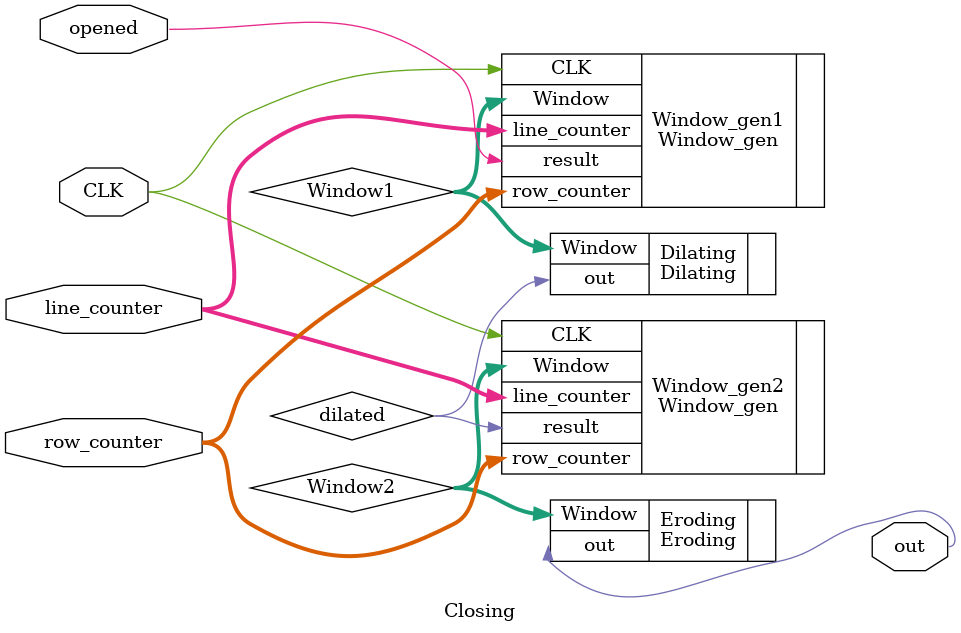
<source format=v>
`timescale 1ns / 1ps


module Closing(line_counter,row_counter,opened,CLK,out);
    
    input [9:0] line_counter;
    input [8:0] row_counter;
    input opened;
    input CLK;
    
    output out;
    
    wire [7:0] Window1,Window2;
    
    Window_gen Window_gen1(
    .line_counter(line_counter),
    .row_counter(row_counter),
    .result(opened),
    .Window(Window1),
    .CLK(CLK)
    );
    
    wire dilated;
    
    Dilating Dilating(
        .Window(Window1),
        .out(dilated)
    );
    
    Window_gen Window_gen2(
    .line_counter(line_counter),
    .row_counter(row_counter),
    .result(dilated),
    .Window(Window2),
    .CLK(CLK)
    );
    
    Eroding Eroding(
        .Window(Window2),
        .out(out)
    );
    
endmodule

</source>
